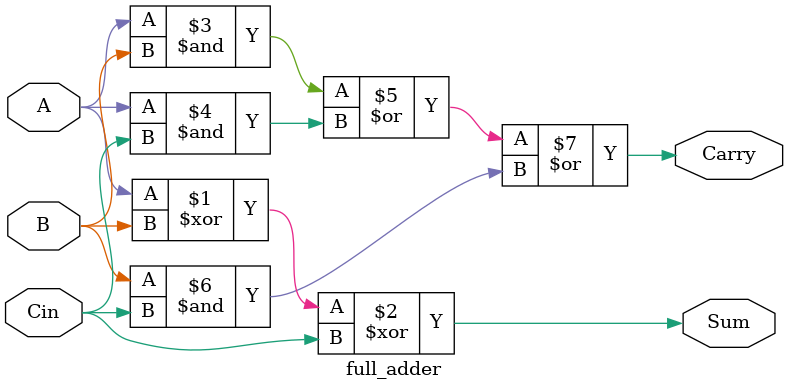
<source format=v>
module full_adder(
    input A,
    input B,
    input Cin,
    output Sum,
    output Carry
    );
   
    assign Sum = (A ^ B ^ Cin);
    assign Carry = ((A & B) | (A & Cin) | (B & Cin));
endmodule

</source>
